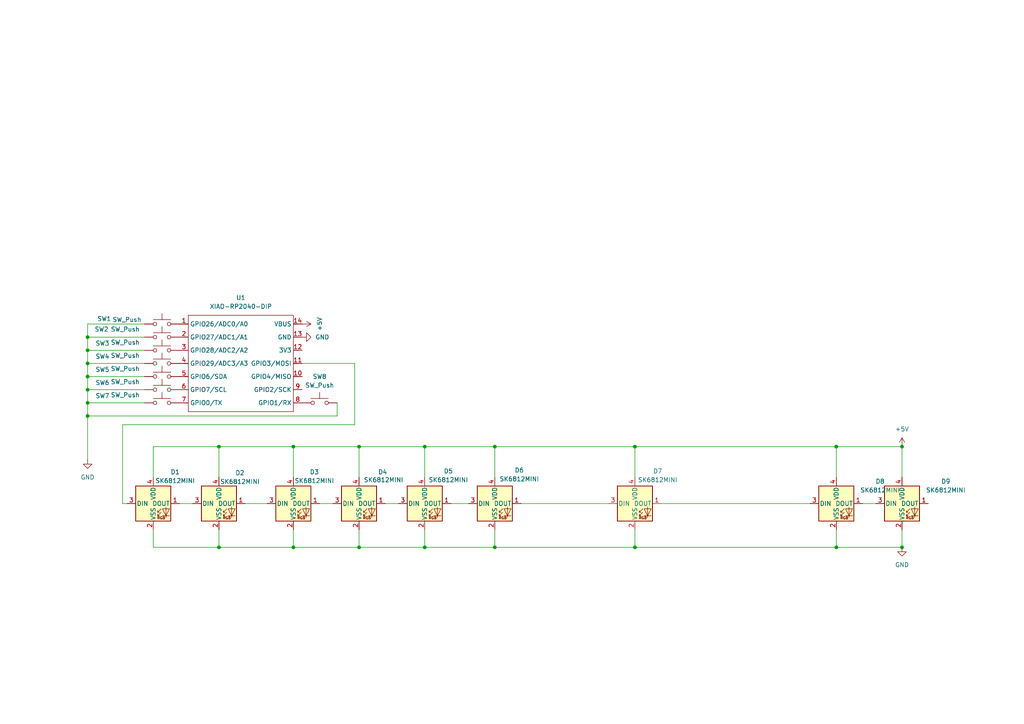
<source format=kicad_sch>
(kicad_sch
	(version 20250114)
	(generator "eeschema")
	(generator_version "9.0")
	(uuid "ab6f220d-ff72-42fd-9389-5ce9dd046d5e")
	(paper "A4")
	(lib_symbols
		(symbol "LED:SK6812MINI"
			(pin_names
				(offset 0.254)
			)
			(exclude_from_sim no)
			(in_bom yes)
			(on_board yes)
			(property "Reference" "D"
				(at 5.08 5.715 0)
				(effects
					(font
						(size 1.27 1.27)
					)
					(justify right bottom)
				)
			)
			(property "Value" "SK6812MINI"
				(at 1.27 -5.715 0)
				(effects
					(font
						(size 1.27 1.27)
					)
					(justify left top)
				)
			)
			(property "Footprint" "LED_SMD:LED_SK6812MINI_PLCC4_3.5x3.5mm_P1.75mm"
				(at 1.27 -7.62 0)
				(effects
					(font
						(size 1.27 1.27)
					)
					(justify left top)
					(hide yes)
				)
			)
			(property "Datasheet" "https://cdn-shop.adafruit.com/product-files/2686/SK6812MINI_REV.01-1-2.pdf"
				(at 2.54 -9.525 0)
				(effects
					(font
						(size 1.27 1.27)
					)
					(justify left top)
					(hide yes)
				)
			)
			(property "Description" "RGB LED with integrated controller"
				(at 0 0 0)
				(effects
					(font
						(size 1.27 1.27)
					)
					(hide yes)
				)
			)
			(property "ki_keywords" "RGB LED NeoPixel Mini addressable"
				(at 0 0 0)
				(effects
					(font
						(size 1.27 1.27)
					)
					(hide yes)
				)
			)
			(property "ki_fp_filters" "LED*SK6812MINI*PLCC*3.5x3.5mm*P1.75mm*"
				(at 0 0 0)
				(effects
					(font
						(size 1.27 1.27)
					)
					(hide yes)
				)
			)
			(symbol "SK6812MINI_0_0"
				(text "RGB"
					(at 2.286 -4.191 0)
					(effects
						(font
							(size 0.762 0.762)
						)
					)
				)
			)
			(symbol "SK6812MINI_0_1"
				(polyline
					(pts
						(xy 1.27 -2.54) (xy 1.778 -2.54)
					)
					(stroke
						(width 0)
						(type default)
					)
					(fill
						(type none)
					)
				)
				(polyline
					(pts
						(xy 1.27 -3.556) (xy 1.778 -3.556)
					)
					(stroke
						(width 0)
						(type default)
					)
					(fill
						(type none)
					)
				)
				(polyline
					(pts
						(xy 2.286 -1.524) (xy 1.27 -2.54) (xy 1.27 -2.032)
					)
					(stroke
						(width 0)
						(type default)
					)
					(fill
						(type none)
					)
				)
				(polyline
					(pts
						(xy 2.286 -2.54) (xy 1.27 -3.556) (xy 1.27 -3.048)
					)
					(stroke
						(width 0)
						(type default)
					)
					(fill
						(type none)
					)
				)
				(polyline
					(pts
						(xy 3.683 -1.016) (xy 3.683 -3.556) (xy 3.683 -4.064)
					)
					(stroke
						(width 0)
						(type default)
					)
					(fill
						(type none)
					)
				)
				(polyline
					(pts
						(xy 4.699 -1.524) (xy 2.667 -1.524) (xy 3.683 -3.556) (xy 4.699 -1.524)
					)
					(stroke
						(width 0)
						(type default)
					)
					(fill
						(type none)
					)
				)
				(polyline
					(pts
						(xy 4.699 -3.556) (xy 2.667 -3.556)
					)
					(stroke
						(width 0)
						(type default)
					)
					(fill
						(type none)
					)
				)
				(rectangle
					(start 5.08 5.08)
					(end -5.08 -5.08)
					(stroke
						(width 0.254)
						(type default)
					)
					(fill
						(type background)
					)
				)
			)
			(symbol "SK6812MINI_1_1"
				(pin input line
					(at -7.62 0 0)
					(length 2.54)
					(name "DIN"
						(effects
							(font
								(size 1.27 1.27)
							)
						)
					)
					(number "3"
						(effects
							(font
								(size 1.27 1.27)
							)
						)
					)
				)
				(pin power_in line
					(at 0 7.62 270)
					(length 2.54)
					(name "VDD"
						(effects
							(font
								(size 1.27 1.27)
							)
						)
					)
					(number "4"
						(effects
							(font
								(size 1.27 1.27)
							)
						)
					)
				)
				(pin power_in line
					(at 0 -7.62 90)
					(length 2.54)
					(name "VSS"
						(effects
							(font
								(size 1.27 1.27)
							)
						)
					)
					(number "2"
						(effects
							(font
								(size 1.27 1.27)
							)
						)
					)
				)
				(pin output line
					(at 7.62 0 180)
					(length 2.54)
					(name "DOUT"
						(effects
							(font
								(size 1.27 1.27)
							)
						)
					)
					(number "1"
						(effects
							(font
								(size 1.27 1.27)
							)
						)
					)
				)
			)
			(embedded_fonts no)
		)
		(symbol "Switch:SW_Push"
			(pin_numbers
				(hide yes)
			)
			(pin_names
				(offset 1.016)
				(hide yes)
			)
			(exclude_from_sim no)
			(in_bom yes)
			(on_board yes)
			(property "Reference" "SW"
				(at 1.27 2.54 0)
				(effects
					(font
						(size 1.27 1.27)
					)
					(justify left)
				)
			)
			(property "Value" "SW_Push"
				(at 0 -1.524 0)
				(effects
					(font
						(size 1.27 1.27)
					)
				)
			)
			(property "Footprint" ""
				(at 0 5.08 0)
				(effects
					(font
						(size 1.27 1.27)
					)
					(hide yes)
				)
			)
			(property "Datasheet" "~"
				(at 0 5.08 0)
				(effects
					(font
						(size 1.27 1.27)
					)
					(hide yes)
				)
			)
			(property "Description" "Push button switch, generic, two pins"
				(at 0 0 0)
				(effects
					(font
						(size 1.27 1.27)
					)
					(hide yes)
				)
			)
			(property "ki_keywords" "switch normally-open pushbutton push-button"
				(at 0 0 0)
				(effects
					(font
						(size 1.27 1.27)
					)
					(hide yes)
				)
			)
			(symbol "SW_Push_0_1"
				(circle
					(center -2.032 0)
					(radius 0.508)
					(stroke
						(width 0)
						(type default)
					)
					(fill
						(type none)
					)
				)
				(polyline
					(pts
						(xy 0 1.27) (xy 0 3.048)
					)
					(stroke
						(width 0)
						(type default)
					)
					(fill
						(type none)
					)
				)
				(circle
					(center 2.032 0)
					(radius 0.508)
					(stroke
						(width 0)
						(type default)
					)
					(fill
						(type none)
					)
				)
				(polyline
					(pts
						(xy 2.54 1.27) (xy -2.54 1.27)
					)
					(stroke
						(width 0)
						(type default)
					)
					(fill
						(type none)
					)
				)
				(pin passive line
					(at -5.08 0 0)
					(length 2.54)
					(name "1"
						(effects
							(font
								(size 1.27 1.27)
							)
						)
					)
					(number "1"
						(effects
							(font
								(size 1.27 1.27)
							)
						)
					)
				)
				(pin passive line
					(at 5.08 0 180)
					(length 2.54)
					(name "2"
						(effects
							(font
								(size 1.27 1.27)
							)
						)
					)
					(number "2"
						(effects
							(font
								(size 1.27 1.27)
							)
						)
					)
				)
			)
			(embedded_fonts no)
		)
		(symbol "hackpad:XIAO-RP2040-DIP"
			(exclude_from_sim no)
			(in_bom yes)
			(on_board yes)
			(property "Reference" "U"
				(at 0 0 0)
				(effects
					(font
						(size 1.27 1.27)
					)
				)
			)
			(property "Value" "XIAO-RP2040-DIP"
				(at 5.334 -1.778 0)
				(effects
					(font
						(size 1.27 1.27)
					)
				)
			)
			(property "Footprint" "Module:MOUDLE14P-XIAO-DIP-SMD"
				(at 14.478 -32.258 0)
				(effects
					(font
						(size 1.27 1.27)
					)
					(hide yes)
				)
			)
			(property "Datasheet" ""
				(at 0 0 0)
				(effects
					(font
						(size 1.27 1.27)
					)
					(hide yes)
				)
			)
			(property "Description" ""
				(at 0 0 0)
				(effects
					(font
						(size 1.27 1.27)
					)
					(hide yes)
				)
			)
			(symbol "XIAO-RP2040-DIP_1_0"
				(polyline
					(pts
						(xy -1.27 -2.54) (xy 29.21 -2.54)
					)
					(stroke
						(width 0.1524)
						(type solid)
					)
					(fill
						(type none)
					)
				)
				(polyline
					(pts
						(xy -1.27 -5.08) (xy -2.54 -5.08)
					)
					(stroke
						(width 0.1524)
						(type solid)
					)
					(fill
						(type none)
					)
				)
				(polyline
					(pts
						(xy -1.27 -5.08) (xy -1.27 -2.54)
					)
					(stroke
						(width 0.1524)
						(type solid)
					)
					(fill
						(type none)
					)
				)
				(polyline
					(pts
						(xy -1.27 -8.89) (xy -2.54 -8.89)
					)
					(stroke
						(width 0.1524)
						(type solid)
					)
					(fill
						(type none)
					)
				)
				(polyline
					(pts
						(xy -1.27 -8.89) (xy -1.27 -5.08)
					)
					(stroke
						(width 0.1524)
						(type solid)
					)
					(fill
						(type none)
					)
				)
				(polyline
					(pts
						(xy -1.27 -12.7) (xy -2.54 -12.7)
					)
					(stroke
						(width 0.1524)
						(type solid)
					)
					(fill
						(type none)
					)
				)
				(polyline
					(pts
						(xy -1.27 -12.7) (xy -1.27 -8.89)
					)
					(stroke
						(width 0.1524)
						(type solid)
					)
					(fill
						(type none)
					)
				)
				(polyline
					(pts
						(xy -1.27 -16.51) (xy -2.54 -16.51)
					)
					(stroke
						(width 0.1524)
						(type solid)
					)
					(fill
						(type none)
					)
				)
				(polyline
					(pts
						(xy -1.27 -16.51) (xy -1.27 -12.7)
					)
					(stroke
						(width 0.1524)
						(type solid)
					)
					(fill
						(type none)
					)
				)
				(polyline
					(pts
						(xy -1.27 -20.32) (xy -2.54 -20.32)
					)
					(stroke
						(width 0.1524)
						(type solid)
					)
					(fill
						(type none)
					)
				)
				(polyline
					(pts
						(xy -1.27 -24.13) (xy -2.54 -24.13)
					)
					(stroke
						(width 0.1524)
						(type solid)
					)
					(fill
						(type none)
					)
				)
				(polyline
					(pts
						(xy -1.27 -27.94) (xy -2.54 -27.94)
					)
					(stroke
						(width 0.1524)
						(type solid)
					)
					(fill
						(type none)
					)
				)
				(polyline
					(pts
						(xy -1.27 -30.48) (xy -1.27 -16.51)
					)
					(stroke
						(width 0.1524)
						(type solid)
					)
					(fill
						(type none)
					)
				)
				(polyline
					(pts
						(xy 29.21 -2.54) (xy 29.21 -5.08)
					)
					(stroke
						(width 0.1524)
						(type solid)
					)
					(fill
						(type none)
					)
				)
				(polyline
					(pts
						(xy 29.21 -5.08) (xy 29.21 -8.89)
					)
					(stroke
						(width 0.1524)
						(type solid)
					)
					(fill
						(type none)
					)
				)
				(polyline
					(pts
						(xy 29.21 -8.89) (xy 29.21 -12.7)
					)
					(stroke
						(width 0.1524)
						(type solid)
					)
					(fill
						(type none)
					)
				)
				(polyline
					(pts
						(xy 29.21 -12.7) (xy 29.21 -30.48)
					)
					(stroke
						(width 0.1524)
						(type solid)
					)
					(fill
						(type none)
					)
				)
				(polyline
					(pts
						(xy 29.21 -30.48) (xy -1.27 -30.48)
					)
					(stroke
						(width 0.1524)
						(type solid)
					)
					(fill
						(type none)
					)
				)
				(polyline
					(pts
						(xy 30.48 -5.08) (xy 29.21 -5.08)
					)
					(stroke
						(width 0.1524)
						(type solid)
					)
					(fill
						(type none)
					)
				)
				(polyline
					(pts
						(xy 30.48 -8.89) (xy 29.21 -8.89)
					)
					(stroke
						(width 0.1524)
						(type solid)
					)
					(fill
						(type none)
					)
				)
				(polyline
					(pts
						(xy 30.48 -12.7) (xy 29.21 -12.7)
					)
					(stroke
						(width 0.1524)
						(type solid)
					)
					(fill
						(type none)
					)
				)
				(polyline
					(pts
						(xy 30.48 -16.51) (xy 29.21 -16.51)
					)
					(stroke
						(width 0.1524)
						(type solid)
					)
					(fill
						(type none)
					)
				)
				(polyline
					(pts
						(xy 30.48 -20.32) (xy 29.21 -20.32)
					)
					(stroke
						(width 0.1524)
						(type solid)
					)
					(fill
						(type none)
					)
				)
				(polyline
					(pts
						(xy 30.48 -24.13) (xy 29.21 -24.13)
					)
					(stroke
						(width 0.1524)
						(type solid)
					)
					(fill
						(type none)
					)
				)
				(polyline
					(pts
						(xy 30.48 -27.94) (xy 29.21 -27.94)
					)
					(stroke
						(width 0.1524)
						(type solid)
					)
					(fill
						(type none)
					)
				)
				(pin passive line
					(at -3.81 -5.08 0)
					(length 2.54)
					(name "GPIO26/ADC0/A0"
						(effects
							(font
								(size 1.27 1.27)
							)
						)
					)
					(number "1"
						(effects
							(font
								(size 1.27 1.27)
							)
						)
					)
				)
				(pin passive line
					(at -3.81 -8.89 0)
					(length 2.54)
					(name "GPIO27/ADC1/A1"
						(effects
							(font
								(size 1.27 1.27)
							)
						)
					)
					(number "2"
						(effects
							(font
								(size 1.27 1.27)
							)
						)
					)
				)
				(pin passive line
					(at -3.81 -12.7 0)
					(length 2.54)
					(name "GPIO28/ADC2/A2"
						(effects
							(font
								(size 1.27 1.27)
							)
						)
					)
					(number "3"
						(effects
							(font
								(size 1.27 1.27)
							)
						)
					)
				)
				(pin passive line
					(at -3.81 -16.51 0)
					(length 2.54)
					(name "GPIO29/ADC3/A3"
						(effects
							(font
								(size 1.27 1.27)
							)
						)
					)
					(number "4"
						(effects
							(font
								(size 1.27 1.27)
							)
						)
					)
				)
				(pin passive line
					(at -3.81 -20.32 0)
					(length 2.54)
					(name "GPIO6/SDA"
						(effects
							(font
								(size 1.27 1.27)
							)
						)
					)
					(number "5"
						(effects
							(font
								(size 1.27 1.27)
							)
						)
					)
				)
				(pin passive line
					(at -3.81 -24.13 0)
					(length 2.54)
					(name "GPIO7/SCL"
						(effects
							(font
								(size 1.27 1.27)
							)
						)
					)
					(number "6"
						(effects
							(font
								(size 1.27 1.27)
							)
						)
					)
				)
				(pin passive line
					(at -3.81 -27.94 0)
					(length 2.54)
					(name "GPIO0/TX"
						(effects
							(font
								(size 1.27 1.27)
							)
						)
					)
					(number "7"
						(effects
							(font
								(size 1.27 1.27)
							)
						)
					)
				)
				(pin passive line
					(at 31.75 -5.08 180)
					(length 2.54)
					(name "VBUS"
						(effects
							(font
								(size 1.27 1.27)
							)
						)
					)
					(number "14"
						(effects
							(font
								(size 1.27 1.27)
							)
						)
					)
				)
				(pin passive line
					(at 31.75 -8.89 180)
					(length 2.54)
					(name "GND"
						(effects
							(font
								(size 1.27 1.27)
							)
						)
					)
					(number "13"
						(effects
							(font
								(size 1.27 1.27)
							)
						)
					)
				)
				(pin passive line
					(at 31.75 -12.7 180)
					(length 2.54)
					(name "3V3"
						(effects
							(font
								(size 1.27 1.27)
							)
						)
					)
					(number "12"
						(effects
							(font
								(size 1.27 1.27)
							)
						)
					)
				)
				(pin passive line
					(at 31.75 -16.51 180)
					(length 2.54)
					(name "GPIO3/MOSI"
						(effects
							(font
								(size 1.27 1.27)
							)
						)
					)
					(number "11"
						(effects
							(font
								(size 1.27 1.27)
							)
						)
					)
				)
				(pin passive line
					(at 31.75 -20.32 180)
					(length 2.54)
					(name "GPIO4/MISO"
						(effects
							(font
								(size 1.27 1.27)
							)
						)
					)
					(number "10"
						(effects
							(font
								(size 1.27 1.27)
							)
						)
					)
				)
				(pin passive line
					(at 31.75 -24.13 180)
					(length 2.54)
					(name "GPIO2/SCK"
						(effects
							(font
								(size 1.27 1.27)
							)
						)
					)
					(number "9"
						(effects
							(font
								(size 1.27 1.27)
							)
						)
					)
				)
				(pin passive line
					(at 31.75 -27.94 180)
					(length 2.54)
					(name "GPIO1/RX"
						(effects
							(font
								(size 1.27 1.27)
							)
						)
					)
					(number "8"
						(effects
							(font
								(size 1.27 1.27)
							)
						)
					)
				)
			)
			(embedded_fonts no)
		)
		(symbol "power:+5V"
			(power)
			(pin_numbers
				(hide yes)
			)
			(pin_names
				(offset 0)
				(hide yes)
			)
			(exclude_from_sim no)
			(in_bom yes)
			(on_board yes)
			(property "Reference" "#PWR"
				(at 0 -3.81 0)
				(effects
					(font
						(size 1.27 1.27)
					)
					(hide yes)
				)
			)
			(property "Value" "+5V"
				(at 0 3.556 0)
				(effects
					(font
						(size 1.27 1.27)
					)
				)
			)
			(property "Footprint" ""
				(at 0 0 0)
				(effects
					(font
						(size 1.27 1.27)
					)
					(hide yes)
				)
			)
			(property "Datasheet" ""
				(at 0 0 0)
				(effects
					(font
						(size 1.27 1.27)
					)
					(hide yes)
				)
			)
			(property "Description" "Power symbol creates a global label with name \"+5V\""
				(at 0 0 0)
				(effects
					(font
						(size 1.27 1.27)
					)
					(hide yes)
				)
			)
			(property "ki_keywords" "global power"
				(at 0 0 0)
				(effects
					(font
						(size 1.27 1.27)
					)
					(hide yes)
				)
			)
			(symbol "+5V_0_1"
				(polyline
					(pts
						(xy -0.762 1.27) (xy 0 2.54)
					)
					(stroke
						(width 0)
						(type default)
					)
					(fill
						(type none)
					)
				)
				(polyline
					(pts
						(xy 0 2.54) (xy 0.762 1.27)
					)
					(stroke
						(width 0)
						(type default)
					)
					(fill
						(type none)
					)
				)
				(polyline
					(pts
						(xy 0 0) (xy 0 2.54)
					)
					(stroke
						(width 0)
						(type default)
					)
					(fill
						(type none)
					)
				)
			)
			(symbol "+5V_1_1"
				(pin power_in line
					(at 0 0 90)
					(length 0)
					(name "~"
						(effects
							(font
								(size 1.27 1.27)
							)
						)
					)
					(number "1"
						(effects
							(font
								(size 1.27 1.27)
							)
						)
					)
				)
			)
			(embedded_fonts no)
		)
		(symbol "power:GND"
			(power)
			(pin_numbers
				(hide yes)
			)
			(pin_names
				(offset 0)
				(hide yes)
			)
			(exclude_from_sim no)
			(in_bom yes)
			(on_board yes)
			(property "Reference" "#PWR"
				(at 0 -6.35 0)
				(effects
					(font
						(size 1.27 1.27)
					)
					(hide yes)
				)
			)
			(property "Value" "GND"
				(at 0 -3.81 0)
				(effects
					(font
						(size 1.27 1.27)
					)
				)
			)
			(property "Footprint" ""
				(at 0 0 0)
				(effects
					(font
						(size 1.27 1.27)
					)
					(hide yes)
				)
			)
			(property "Datasheet" ""
				(at 0 0 0)
				(effects
					(font
						(size 1.27 1.27)
					)
					(hide yes)
				)
			)
			(property "Description" "Power symbol creates a global label with name \"GND\" , ground"
				(at 0 0 0)
				(effects
					(font
						(size 1.27 1.27)
					)
					(hide yes)
				)
			)
			(property "ki_keywords" "global power"
				(at 0 0 0)
				(effects
					(font
						(size 1.27 1.27)
					)
					(hide yes)
				)
			)
			(symbol "GND_0_1"
				(polyline
					(pts
						(xy 0 0) (xy 0 -1.27) (xy 1.27 -1.27) (xy 0 -2.54) (xy -1.27 -1.27) (xy 0 -1.27)
					)
					(stroke
						(width 0)
						(type default)
					)
					(fill
						(type none)
					)
				)
			)
			(symbol "GND_1_1"
				(pin power_in line
					(at 0 0 270)
					(length 0)
					(name "~"
						(effects
							(font
								(size 1.27 1.27)
							)
						)
					)
					(number "1"
						(effects
							(font
								(size 1.27 1.27)
							)
						)
					)
				)
			)
			(embedded_fonts no)
		)
	)
	(junction
		(at 123.19 129.54)
		(diameter 0)
		(color 0 0 0 0)
		(uuid "01f5f648-fb7e-4674-946f-9f274e411179")
	)
	(junction
		(at 184.15 129.54)
		(diameter 0)
		(color 0 0 0 0)
		(uuid "0767a28e-2a12-407a-af60-dd3687f95909")
	)
	(junction
		(at 25.4 105.41)
		(diameter 0)
		(color 0 0 0 0)
		(uuid "09535683-266a-423e-b1d6-cb012c66376e")
	)
	(junction
		(at 261.62 129.54)
		(diameter 0)
		(color 0 0 0 0)
		(uuid "0a43f06a-7663-43e5-a21c-aac1f2e8ef71")
	)
	(junction
		(at 123.19 158.75)
		(diameter 0)
		(color 0 0 0 0)
		(uuid "0bd6a185-c12a-4790-81dc-caa97de9c9e2")
	)
	(junction
		(at 104.14 129.54)
		(diameter 0)
		(color 0 0 0 0)
		(uuid "307ccdff-40e5-4fae-96d3-fa90b81f5396")
	)
	(junction
		(at 25.4 116.84)
		(diameter 0)
		(color 0 0 0 0)
		(uuid "39c1610e-e697-4a55-962f-e41f37c1d25e")
	)
	(junction
		(at 25.4 101.6)
		(diameter 0)
		(color 0 0 0 0)
		(uuid "3a2802df-48cc-4917-aa39-c83964b08e94")
	)
	(junction
		(at 63.5 129.54)
		(diameter 0)
		(color 0 0 0 0)
		(uuid "3d3cbc7f-1693-4155-ae9c-580ba44cda76")
	)
	(junction
		(at 242.57 129.54)
		(diameter 0)
		(color 0 0 0 0)
		(uuid "40421418-3a79-4cc7-a975-f7388a4b3e97")
	)
	(junction
		(at 143.51 129.54)
		(diameter 0)
		(color 0 0 0 0)
		(uuid "85fc8935-ad22-4f53-b843-8b8f98098496")
	)
	(junction
		(at 25.4 97.79)
		(diameter 0)
		(color 0 0 0 0)
		(uuid "92a58617-dca2-412a-91bb-7960b68577a6")
	)
	(junction
		(at 63.5 158.75)
		(diameter 0)
		(color 0 0 0 0)
		(uuid "966cb47f-a123-45bd-873c-0561edd35546")
	)
	(junction
		(at 261.62 158.75)
		(diameter 0)
		(color 0 0 0 0)
		(uuid "96e94f3d-8cb1-45f3-bfff-eabcfe9c31e4")
	)
	(junction
		(at 25.4 109.22)
		(diameter 0)
		(color 0 0 0 0)
		(uuid "9c77d028-8eda-4055-9c3d-d2779f519f14")
	)
	(junction
		(at 85.09 129.54)
		(diameter 0)
		(color 0 0 0 0)
		(uuid "a4c48d6c-c023-45da-9560-10ace67dac99")
	)
	(junction
		(at 25.4 113.03)
		(diameter 0)
		(color 0 0 0 0)
		(uuid "ab908d56-b07d-4b46-886f-3a91cf9b2f23")
	)
	(junction
		(at 184.15 158.75)
		(diameter 0)
		(color 0 0 0 0)
		(uuid "bc08f264-c618-45c6-9bfb-d05593d2bc0d")
	)
	(junction
		(at 143.51 158.75)
		(diameter 0)
		(color 0 0 0 0)
		(uuid "d76f76ca-2770-4321-b72e-e8d8bce20b84")
	)
	(junction
		(at 104.14 158.75)
		(diameter 0)
		(color 0 0 0 0)
		(uuid "e31d2ffe-8051-420d-bf1b-e89732d1d9f6")
	)
	(junction
		(at 85.09 158.75)
		(diameter 0)
		(color 0 0 0 0)
		(uuid "e7efcb6f-58ef-4093-a30b-81939e364c02")
	)
	(junction
		(at 242.57 158.75)
		(diameter 0)
		(color 0 0 0 0)
		(uuid "f0c88bb6-fdad-403d-bb42-d009d3c86c3c")
	)
	(junction
		(at 25.4 120.65)
		(diameter 0)
		(color 0 0 0 0)
		(uuid "fe75305b-2343-4715-9d02-db44811c17cc")
	)
	(wire
		(pts
			(xy 130.81 146.05) (xy 135.89 146.05)
		)
		(stroke
			(width 0)
			(type default)
		)
		(uuid "12538e69-b689-4d62-af60-697a0cdd61db")
	)
	(wire
		(pts
			(xy 25.4 113.03) (xy 41.91 113.03)
		)
		(stroke
			(width 0)
			(type default)
		)
		(uuid "287c46e2-7a1e-432a-b9bf-b7dbfa4eb774")
	)
	(wire
		(pts
			(xy 123.19 158.75) (xy 104.14 158.75)
		)
		(stroke
			(width 0)
			(type default)
		)
		(uuid "332d53a7-649a-43ac-9639-3b6c25631ba8")
	)
	(wire
		(pts
			(xy 44.45 129.54) (xy 63.5 129.54)
		)
		(stroke
			(width 0)
			(type default)
		)
		(uuid "36001a23-bb2c-4e88-a783-65f348e54999")
	)
	(wire
		(pts
			(xy 143.51 153.67) (xy 143.51 158.75)
		)
		(stroke
			(width 0)
			(type default)
		)
		(uuid "38d956f5-f4cf-4d63-b2f9-e0ab147e77c5")
	)
	(wire
		(pts
			(xy 191.77 146.05) (xy 234.95 146.05)
		)
		(stroke
			(width 0)
			(type default)
		)
		(uuid "3bf7bac8-b3d7-41b2-8edf-e962129f608e")
	)
	(wire
		(pts
			(xy 85.09 158.75) (xy 104.14 158.75)
		)
		(stroke
			(width 0)
			(type default)
		)
		(uuid "3f84110a-d85b-4046-8c75-ff35fb4cc9c0")
	)
	(wire
		(pts
			(xy 63.5 138.43) (xy 63.5 129.54)
		)
		(stroke
			(width 0)
			(type default)
		)
		(uuid "403442f7-9e3d-40e0-816d-0973e08b5dba")
	)
	(wire
		(pts
			(xy 85.09 138.43) (xy 85.09 129.54)
		)
		(stroke
			(width 0)
			(type default)
		)
		(uuid "40421159-e86c-4111-83c6-39cc1558da60")
	)
	(wire
		(pts
			(xy 25.4 109.22) (xy 41.91 109.22)
		)
		(stroke
			(width 0)
			(type default)
		)
		(uuid "4acbc20c-ff82-4ce2-8bb2-5130f7b9ad3f")
	)
	(wire
		(pts
			(xy 35.56 123.19) (xy 102.87 123.19)
		)
		(stroke
			(width 0)
			(type default)
		)
		(uuid "4b4e457d-67c6-478c-9cce-c99589b1ebd9")
	)
	(wire
		(pts
			(xy 184.15 153.67) (xy 184.15 158.75)
		)
		(stroke
			(width 0)
			(type default)
		)
		(uuid "4cca60c6-8c4a-4139-b402-871d92e436c0")
	)
	(wire
		(pts
			(xy 36.83 146.05) (xy 35.56 146.05)
		)
		(stroke
			(width 0)
			(type default)
		)
		(uuid "4d58c554-6c0e-4272-8f10-49cb40ad6ae3")
	)
	(wire
		(pts
			(xy 25.4 93.98) (xy 41.91 93.98)
		)
		(stroke
			(width 0)
			(type default)
		)
		(uuid "59649f32-dd41-4243-aa8c-db9906aae70c")
	)
	(wire
		(pts
			(xy 71.12 146.05) (xy 77.47 146.05)
		)
		(stroke
			(width 0)
			(type default)
		)
		(uuid "5ab62f8b-2566-45f5-811b-4eaf222c014b")
	)
	(wire
		(pts
			(xy 102.87 105.41) (xy 87.63 105.41)
		)
		(stroke
			(width 0)
			(type default)
		)
		(uuid "607a09d7-288a-416d-ac3e-e0364509414a")
	)
	(wire
		(pts
			(xy 41.91 116.84) (xy 25.4 116.84)
		)
		(stroke
			(width 0)
			(type default)
		)
		(uuid "66c64afa-d88a-44fa-b819-16d3b504c5f9")
	)
	(wire
		(pts
			(xy 242.57 129.54) (xy 242.57 138.43)
		)
		(stroke
			(width 0)
			(type default)
		)
		(uuid "6990b304-f7c4-4161-b0e8-e0cd685fd501")
	)
	(wire
		(pts
			(xy 25.4 97.79) (xy 41.91 97.79)
		)
		(stroke
			(width 0)
			(type default)
		)
		(uuid "6f27c4a5-d554-44ff-9d9a-a2b733508d09")
	)
	(wire
		(pts
			(xy 104.14 153.67) (xy 104.14 158.75)
		)
		(stroke
			(width 0)
			(type default)
		)
		(uuid "71a8f28b-1e3e-4bb8-8cf5-785d06434472")
	)
	(wire
		(pts
			(xy 102.87 123.19) (xy 102.87 105.41)
		)
		(stroke
			(width 0)
			(type default)
		)
		(uuid "7870dd53-4d63-49ef-884b-9f4d32b3144d")
	)
	(wire
		(pts
			(xy 184.15 158.75) (xy 242.57 158.75)
		)
		(stroke
			(width 0)
			(type default)
		)
		(uuid "7b766fe5-be33-4dfc-841c-4dd82213bae2")
	)
	(wire
		(pts
			(xy 25.4 109.22) (xy 25.4 113.03)
		)
		(stroke
			(width 0)
			(type default)
		)
		(uuid "84355d2c-3df1-443a-aa67-d178831f87a8")
	)
	(wire
		(pts
			(xy 25.4 101.6) (xy 25.4 105.41)
		)
		(stroke
			(width 0)
			(type default)
		)
		(uuid "8504e863-9b2e-44aa-886e-c70728ff7678")
	)
	(wire
		(pts
			(xy 85.09 153.67) (xy 85.09 158.75)
		)
		(stroke
			(width 0)
			(type default)
		)
		(uuid "85bf8522-e696-44d3-aa65-7534061581e7")
	)
	(wire
		(pts
			(xy 25.4 97.79) (xy 25.4 101.6)
		)
		(stroke
			(width 0)
			(type default)
		)
		(uuid "888595dc-f332-4c38-8bcf-288288462a26")
	)
	(wire
		(pts
			(xy 92.71 146.05) (xy 96.52 146.05)
		)
		(stroke
			(width 0)
			(type default)
		)
		(uuid "8fa6269f-8c9b-4f3a-912e-94f1d95b94c4")
	)
	(wire
		(pts
			(xy 143.51 158.75) (xy 123.19 158.75)
		)
		(stroke
			(width 0)
			(type default)
		)
		(uuid "8ff3df97-e025-4a8b-b116-6f737370ec27")
	)
	(wire
		(pts
			(xy 35.56 146.05) (xy 35.56 123.19)
		)
		(stroke
			(width 0)
			(type default)
		)
		(uuid "925a343f-017a-4a68-8554-00c68c3df2cd")
	)
	(wire
		(pts
			(xy 151.13 146.05) (xy 176.53 146.05)
		)
		(stroke
			(width 0)
			(type default)
		)
		(uuid "933a4dbf-fea7-420a-a61b-2aaec049a159")
	)
	(wire
		(pts
			(xy 63.5 129.54) (xy 85.09 129.54)
		)
		(stroke
			(width 0)
			(type default)
		)
		(uuid "93488ca0-e65b-40bd-9871-1ca10c3824c6")
	)
	(wire
		(pts
			(xy 63.5 158.75) (xy 44.45 158.75)
		)
		(stroke
			(width 0)
			(type default)
		)
		(uuid "93dc6032-0069-4dd2-bf51-13731aebcd0d")
	)
	(wire
		(pts
			(xy 97.79 120.65) (xy 25.4 120.65)
		)
		(stroke
			(width 0)
			(type default)
		)
		(uuid "952bed1e-f620-4545-9a00-c63e93003782")
	)
	(wire
		(pts
			(xy 41.91 105.41) (xy 25.4 105.41)
		)
		(stroke
			(width 0)
			(type default)
		)
		(uuid "9858bbb8-00b3-4b47-8001-b57ca331fed6")
	)
	(wire
		(pts
			(xy 123.19 129.54) (xy 104.14 129.54)
		)
		(stroke
			(width 0)
			(type default)
		)
		(uuid "9b6d783d-9e4a-4486-bfd2-cb6f0840134a")
	)
	(wire
		(pts
			(xy 261.62 153.67) (xy 261.62 158.75)
		)
		(stroke
			(width 0)
			(type default)
		)
		(uuid "9ee22f65-4374-4dd0-aa2d-e10cb541ef79")
	)
	(wire
		(pts
			(xy 25.4 120.65) (xy 25.4 133.35)
		)
		(stroke
			(width 0)
			(type default)
		)
		(uuid "a1430371-6523-424c-8049-b309ef156ba3")
	)
	(wire
		(pts
			(xy 123.19 138.43) (xy 123.19 129.54)
		)
		(stroke
			(width 0)
			(type default)
		)
		(uuid "a902b53c-e272-4bb6-8b2a-9ad2483e9280")
	)
	(wire
		(pts
			(xy 25.4 116.84) (xy 25.4 120.65)
		)
		(stroke
			(width 0)
			(type default)
		)
		(uuid "ae373b53-4ce8-4ff1-93c9-7c27981fd87c")
	)
	(wire
		(pts
			(xy 25.4 101.6) (xy 41.91 101.6)
		)
		(stroke
			(width 0)
			(type default)
		)
		(uuid "b1f2b497-afbe-4da6-9135-be2784c83b56")
	)
	(wire
		(pts
			(xy 250.19 146.05) (xy 254 146.05)
		)
		(stroke
			(width 0)
			(type default)
		)
		(uuid "b4ad06f5-f6bc-4c1f-a5fe-9be53d67c5f8")
	)
	(wire
		(pts
			(xy 261.62 129.54) (xy 242.57 129.54)
		)
		(stroke
			(width 0)
			(type default)
		)
		(uuid "b61a0022-2ab8-4cb7-a762-18f33796f327")
	)
	(wire
		(pts
			(xy 184.15 129.54) (xy 184.15 138.43)
		)
		(stroke
			(width 0)
			(type default)
		)
		(uuid "b9da7bee-11b5-4514-b522-787f1ca4caad")
	)
	(wire
		(pts
			(xy 85.09 158.75) (xy 63.5 158.75)
		)
		(stroke
			(width 0)
			(type default)
		)
		(uuid "baebfbee-829c-4ab1-af5b-65a2e7426303")
	)
	(wire
		(pts
			(xy 242.57 153.67) (xy 242.57 158.75)
		)
		(stroke
			(width 0)
			(type default)
		)
		(uuid "bfd3c999-f5c9-4892-85fd-84f10adde5e0")
	)
	(wire
		(pts
			(xy 143.51 158.75) (xy 184.15 158.75)
		)
		(stroke
			(width 0)
			(type default)
		)
		(uuid "c5d45bee-2762-4aea-a064-03f6d4d5cdaa")
	)
	(wire
		(pts
			(xy 52.07 146.05) (xy 55.88 146.05)
		)
		(stroke
			(width 0)
			(type default)
		)
		(uuid "ca1da591-2347-44da-8b64-8f8b7231f78a")
	)
	(wire
		(pts
			(xy 143.51 129.54) (xy 184.15 129.54)
		)
		(stroke
			(width 0)
			(type default)
		)
		(uuid "cc1237cf-2226-4772-ae4c-7fa61994e670")
	)
	(wire
		(pts
			(xy 85.09 129.54) (xy 104.14 129.54)
		)
		(stroke
			(width 0)
			(type default)
		)
		(uuid "ceff057e-c4a8-46c5-8cb4-500de43733ef")
	)
	(wire
		(pts
			(xy 44.45 138.43) (xy 44.45 129.54)
		)
		(stroke
			(width 0)
			(type default)
		)
		(uuid "d31bdb95-5395-4f7b-9331-767e37659886")
	)
	(wire
		(pts
			(xy 143.51 138.43) (xy 143.51 129.54)
		)
		(stroke
			(width 0)
			(type default)
		)
		(uuid "d63f90a3-b4ed-4c07-a128-f570d6e013dc")
	)
	(wire
		(pts
			(xy 97.79 116.84) (xy 97.79 120.65)
		)
		(stroke
			(width 0)
			(type default)
		)
		(uuid "e042de93-7fa5-4ffd-a88f-8f464d3e0fae")
	)
	(wire
		(pts
			(xy 184.15 129.54) (xy 242.57 129.54)
		)
		(stroke
			(width 0)
			(type default)
		)
		(uuid "e14fddf4-4a64-4a0b-b887-bfa9124bbee1")
	)
	(wire
		(pts
			(xy 25.4 105.41) (xy 25.4 109.22)
		)
		(stroke
			(width 0)
			(type default)
		)
		(uuid "e2a14f28-eb4b-40c4-a412-84bd46f75c3a")
	)
	(wire
		(pts
			(xy 104.14 129.54) (xy 104.14 138.43)
		)
		(stroke
			(width 0)
			(type default)
		)
		(uuid "e9724949-e886-484b-a6f6-bc363115759b")
	)
	(wire
		(pts
			(xy 143.51 129.54) (xy 123.19 129.54)
		)
		(stroke
			(width 0)
			(type default)
		)
		(uuid "eaafdd9d-301f-4d3f-b5eb-a6f6614fc5c1")
	)
	(wire
		(pts
			(xy 44.45 153.67) (xy 44.45 158.75)
		)
		(stroke
			(width 0)
			(type default)
		)
		(uuid "eb7923ca-b23d-41e8-adfd-e611a97deed1")
	)
	(wire
		(pts
			(xy 261.62 138.43) (xy 261.62 129.54)
		)
		(stroke
			(width 0)
			(type default)
		)
		(uuid "ed533119-49f3-41e6-b5be-19b299ab1b3f")
	)
	(wire
		(pts
			(xy 25.4 93.98) (xy 25.4 97.79)
		)
		(stroke
			(width 0)
			(type default)
		)
		(uuid "efe3954c-c9af-4ea8-a894-997c203569f0")
	)
	(wire
		(pts
			(xy 111.76 146.05) (xy 115.57 146.05)
		)
		(stroke
			(width 0)
			(type default)
		)
		(uuid "f13d81f3-e2c5-4db6-879a-526d888aa1d9")
	)
	(wire
		(pts
			(xy 63.5 153.67) (xy 63.5 158.75)
		)
		(stroke
			(width 0)
			(type default)
		)
		(uuid "f17f6963-6b2c-4ab3-b284-eb782c9535ab")
	)
	(wire
		(pts
			(xy 123.19 153.67) (xy 123.19 158.75)
		)
		(stroke
			(width 0)
			(type default)
		)
		(uuid "f2cd7665-0906-4c62-90c4-b8763e4b34f2")
	)
	(wire
		(pts
			(xy 25.4 116.84) (xy 25.4 113.03)
		)
		(stroke
			(width 0)
			(type default)
		)
		(uuid "f50a8f52-5815-4dc3-bbcd-f22c7c124624")
	)
	(wire
		(pts
			(xy 261.62 158.75) (xy 242.57 158.75)
		)
		(stroke
			(width 0)
			(type default)
		)
		(uuid "fdd7838e-e307-4ccb-9508-08ace4552a04")
	)
	(symbol
		(lib_id "LED:SK6812MINI")
		(at 44.45 146.05 0)
		(unit 1)
		(exclude_from_sim no)
		(in_bom yes)
		(on_board yes)
		(dnp no)
		(uuid "09b56761-5e91-4e90-bea4-2bb791100f75")
		(property "Reference" "D1"
			(at 50.8 136.906 0)
			(effects
				(font
					(size 1.27 1.27)
				)
			)
		)
		(property "Value" "SK6812MINI"
			(at 50.8 139.446 0)
			(effects
				(font
					(size 1.27 1.27)
				)
			)
		)
		(property "Footprint" "LED_SMD:LED_SK6812MINI_PLCC4_3.5x3.5mm_P1.75mm"
			(at 45.72 153.67 0)
			(effects
				(font
					(size 1.27 1.27)
				)
				(justify left top)
				(hide yes)
			)
		)
		(property "Datasheet" "https://cdn-shop.adafruit.com/product-files/2686/SK6812MINI_REV.01-1-2.pdf"
			(at 46.99 155.575 0)
			(effects
				(font
					(size 1.27 1.27)
				)
				(justify left top)
				(hide yes)
			)
		)
		(property "Description" "RGB LED with integrated controller"
			(at 44.45 146.05 0)
			(effects
				(font
					(size 1.27 1.27)
				)
				(hide yes)
			)
		)
		(pin "2"
			(uuid "fc8b002a-ac61-4b8a-a13c-424da73bdcc2")
		)
		(pin "3"
			(uuid "5e6877c0-1232-470f-914a-03f868d9f981")
		)
		(pin "4"
			(uuid "521ab93e-d676-414f-930e-14d2c3ff9eb0")
		)
		(pin "1"
			(uuid "fb80320f-971e-460a-b5e9-2094c6c5c777")
		)
		(instances
			(project ""
				(path "/ab6f220d-ff72-42fd-9389-5ce9dd046d5e"
					(reference "D1")
					(unit 1)
				)
			)
		)
	)
	(symbol
		(lib_id "LED:SK6812MINI")
		(at 104.14 146.05 0)
		(unit 1)
		(exclude_from_sim no)
		(in_bom yes)
		(on_board yes)
		(dnp no)
		(uuid "0d20ebd2-13cb-4f36-b66e-ac7a34150b4d")
		(property "Reference" "D4"
			(at 110.998 136.906 0)
			(effects
				(font
					(size 1.27 1.27)
				)
			)
		)
		(property "Value" "SK6812MINI"
			(at 111.252 139.192 0)
			(effects
				(font
					(size 1.27 1.27)
				)
			)
		)
		(property "Footprint" "LED_SMD:LED_SK6812MINI_PLCC4_3.5x3.5mm_P1.75mm"
			(at 105.41 153.67 0)
			(effects
				(font
					(size 1.27 1.27)
				)
				(justify left top)
				(hide yes)
			)
		)
		(property "Datasheet" "https://cdn-shop.adafruit.com/product-files/2686/SK6812MINI_REV.01-1-2.pdf"
			(at 106.68 155.575 0)
			(effects
				(font
					(size 1.27 1.27)
				)
				(justify left top)
				(hide yes)
			)
		)
		(property "Description" "RGB LED with integrated controller"
			(at 104.14 146.05 0)
			(effects
				(font
					(size 1.27 1.27)
				)
				(hide yes)
			)
		)
		(pin "3"
			(uuid "5d082651-05f6-4d36-b6b1-8d445b55240e")
		)
		(pin "4"
			(uuid "4da1727c-600e-4f26-ab54-b43849957c16")
		)
		(pin "2"
			(uuid "07e39250-6dce-4529-a3e5-1e5934b1a51c")
		)
		(pin "1"
			(uuid "cd1e692c-c81b-460a-a170-1863b681c5bd")
		)
		(instances
			(project ""
				(path "/ab6f220d-ff72-42fd-9389-5ce9dd046d5e"
					(reference "D4")
					(unit 1)
				)
			)
		)
	)
	(symbol
		(lib_id "Switch:SW_Push")
		(at 46.99 105.41 0)
		(unit 1)
		(exclude_from_sim no)
		(in_bom yes)
		(on_board yes)
		(dnp no)
		(uuid "18d51bf2-19df-494b-a001-28a42acdcb08")
		(property "Reference" "SW4"
			(at 29.718 103.378 0)
			(effects
				(font
					(size 1.27 1.27)
				)
			)
		)
		(property "Value" "SW_Push"
			(at 36.322 103.124 0)
			(effects
				(font
					(size 1.27 1.27)
				)
			)
		)
		(property "Footprint" "Button_Switch_Keyboard:SW_Cherry_MX_1.00u_PCB"
			(at 46.99 100.33 0)
			(effects
				(font
					(size 1.27 1.27)
				)
				(hide yes)
			)
		)
		(property "Datasheet" "~"
			(at 46.99 100.33 0)
			(effects
				(font
					(size 1.27 1.27)
				)
				(hide yes)
			)
		)
		(property "Description" "Push button switch, generic, two pins"
			(at 46.99 105.41 0)
			(effects
				(font
					(size 1.27 1.27)
				)
				(hide yes)
			)
		)
		(pin "1"
			(uuid "9965633d-d509-454b-af35-5f095450991f")
		)
		(pin "2"
			(uuid "98e124bb-d7c0-429f-8800-22231119e33a")
		)
		(instances
			(project ""
				(path "/ab6f220d-ff72-42fd-9389-5ce9dd046d5e"
					(reference "SW4")
					(unit 1)
				)
			)
		)
	)
	(symbol
		(lib_id "Switch:SW_Push")
		(at 46.99 93.98 0)
		(unit 1)
		(exclude_from_sim no)
		(in_bom yes)
		(on_board yes)
		(dnp no)
		(uuid "1c317d05-6e6b-414d-a0bb-4fcc936a5a52")
		(property "Reference" "SW1"
			(at 30.226 92.456 0)
			(effects
				(font
					(size 1.27 1.27)
				)
			)
		)
		(property "Value" "SW_Push"
			(at 36.83 92.71 0)
			(effects
				(font
					(size 1.27 1.27)
				)
			)
		)
		(property "Footprint" "Button_Switch_Keyboard:SW_Cherry_MX_1.00u_PCB"
			(at 46.99 88.9 0)
			(effects
				(font
					(size 1.27 1.27)
				)
				(hide yes)
			)
		)
		(property "Datasheet" "~"
			(at 46.99 88.9 0)
			(effects
				(font
					(size 1.27 1.27)
				)
				(hide yes)
			)
		)
		(property "Description" "Push button switch, generic, two pins"
			(at 46.99 93.98 0)
			(effects
				(font
					(size 1.27 1.27)
				)
				(hide yes)
			)
		)
		(pin "1"
			(uuid "a9ef8cf5-7687-4467-b08c-aaabb9516b8c")
		)
		(pin "2"
			(uuid "eb09d610-32be-4917-bcc2-3942abefa7f6")
		)
		(instances
			(project ""
				(path "/ab6f220d-ff72-42fd-9389-5ce9dd046d5e"
					(reference "SW1")
					(unit 1)
				)
			)
		)
	)
	(symbol
		(lib_id "power:GND")
		(at 87.63 97.79 90)
		(unit 1)
		(exclude_from_sim no)
		(in_bom yes)
		(on_board yes)
		(dnp no)
		(fields_autoplaced yes)
		(uuid "237c0b8b-d8b4-4542-97a0-fe82bfd77d3b")
		(property "Reference" "#PWR05"
			(at 93.98 97.79 0)
			(effects
				(font
					(size 1.27 1.27)
				)
				(hide yes)
			)
		)
		(property "Value" "GND"
			(at 91.44 97.7899 90)
			(effects
				(font
					(size 1.27 1.27)
				)
				(justify right)
			)
		)
		(property "Footprint" ""
			(at 87.63 97.79 0)
			(effects
				(font
					(size 1.27 1.27)
				)
				(hide yes)
			)
		)
		(property "Datasheet" ""
			(at 87.63 97.79 0)
			(effects
				(font
					(size 1.27 1.27)
				)
				(hide yes)
			)
		)
		(property "Description" "Power symbol creates a global label with name \"GND\" , ground"
			(at 87.63 97.79 0)
			(effects
				(font
					(size 1.27 1.27)
				)
				(hide yes)
			)
		)
		(pin "1"
			(uuid "12f03319-de21-432d-9b34-bc289429376d")
		)
		(instances
			(project ""
				(path "/ab6f220d-ff72-42fd-9389-5ce9dd046d5e"
					(reference "#PWR05")
					(unit 1)
				)
			)
		)
	)
	(symbol
		(lib_id "Switch:SW_Push")
		(at 46.99 113.03 0)
		(unit 1)
		(exclude_from_sim no)
		(in_bom yes)
		(on_board yes)
		(dnp no)
		(uuid "260342db-9076-4b6d-a325-5ca456cd011b")
		(property "Reference" "SW6"
			(at 29.718 110.998 0)
			(effects
				(font
					(size 1.27 1.27)
				)
			)
		)
		(property "Value" "SW_Push"
			(at 36.322 110.744 0)
			(effects
				(font
					(size 1.27 1.27)
				)
			)
		)
		(property "Footprint" "Button_Switch_Keyboard:SW_Cherry_MX_1.00u_PCB"
			(at 46.99 107.95 0)
			(effects
				(font
					(size 1.27 1.27)
				)
				(hide yes)
			)
		)
		(property "Datasheet" "~"
			(at 46.99 107.95 0)
			(effects
				(font
					(size 1.27 1.27)
				)
				(hide yes)
			)
		)
		(property "Description" "Push button switch, generic, two pins"
			(at 46.99 113.03 0)
			(effects
				(font
					(size 1.27 1.27)
				)
				(hide yes)
			)
		)
		(pin "2"
			(uuid "2ab259b9-9cbd-42bd-8ed4-a829520713d3")
		)
		(pin "1"
			(uuid "00ce2583-74bc-492c-be69-f614123cd48a")
		)
		(instances
			(project ""
				(path "/ab6f220d-ff72-42fd-9389-5ce9dd046d5e"
					(reference "SW6")
					(unit 1)
				)
			)
		)
	)
	(symbol
		(lib_id "power:+5V")
		(at 87.63 93.98 270)
		(mirror x)
		(unit 1)
		(exclude_from_sim no)
		(in_bom yes)
		(on_board yes)
		(dnp no)
		(uuid "2666c228-2c0c-41ae-b0f5-469e5bec6001")
		(property "Reference" "#PWR04"
			(at 83.82 93.98 0)
			(effects
				(font
					(size 1.27 1.27)
				)
				(hide yes)
			)
		)
		(property "Value" "+5V"
			(at 92.71 93.98 0)
			(effects
				(font
					(size 1.27 1.27)
				)
			)
		)
		(property "Footprint" ""
			(at 87.63 93.98 0)
			(effects
				(font
					(size 1.27 1.27)
				)
				(hide yes)
			)
		)
		(property "Datasheet" ""
			(at 87.63 93.98 0)
			(effects
				(font
					(size 1.27 1.27)
				)
				(hide yes)
			)
		)
		(property "Description" "Power symbol creates a global label with name \"+5V\""
			(at 87.63 93.98 0)
			(effects
				(font
					(size 1.27 1.27)
				)
				(hide yes)
			)
		)
		(pin "1"
			(uuid "35f1a73c-a849-4741-9d6e-5887c5427857")
		)
		(instances
			(project ""
				(path "/ab6f220d-ff72-42fd-9389-5ce9dd046d5e"
					(reference "#PWR04")
					(unit 1)
				)
			)
		)
	)
	(symbol
		(lib_id "LED:SK6812MINI")
		(at 242.57 146.05 0)
		(unit 1)
		(exclude_from_sim no)
		(in_bom yes)
		(on_board yes)
		(dnp no)
		(fields_autoplaced yes)
		(uuid "2f1448e5-1e4d-484d-977b-41d96088abb4")
		(property "Reference" "D8"
			(at 255.27 139.6298 0)
			(effects
				(font
					(size 1.27 1.27)
				)
			)
		)
		(property "Value" "SK6812MINI"
			(at 255.27 142.1698 0)
			(effects
				(font
					(size 1.27 1.27)
				)
			)
		)
		(property "Footprint" "LED_SMD:LED_SK6812MINI_PLCC4_3.5x3.5mm_P1.75mm"
			(at 243.84 153.67 0)
			(effects
				(font
					(size 1.27 1.27)
				)
				(justify left top)
				(hide yes)
			)
		)
		(property "Datasheet" "https://cdn-shop.adafruit.com/product-files/2686/SK6812MINI_REV.01-1-2.pdf"
			(at 245.11 155.575 0)
			(effects
				(font
					(size 1.27 1.27)
				)
				(justify left top)
				(hide yes)
			)
		)
		(property "Description" "RGB LED with integrated controller"
			(at 242.57 146.05 0)
			(effects
				(font
					(size 1.27 1.27)
				)
				(hide yes)
			)
		)
		(pin "3"
			(uuid "8119677c-ec0d-49bf-a93e-8074e2363be6")
		)
		(pin "2"
			(uuid "01e188f3-a480-495d-ba7b-02a26d7e8895")
		)
		(pin "4"
			(uuid "ae25297f-97c6-48b5-a076-110d39960590")
		)
		(pin "1"
			(uuid "6250f685-6973-42aa-ba54-ce77cae79315")
		)
		(instances
			(project ""
				(path "/ab6f220d-ff72-42fd-9389-5ce9dd046d5e"
					(reference "D8")
					(unit 1)
				)
			)
		)
	)
	(symbol
		(lib_id "LED:SK6812MINI")
		(at 261.62 146.05 0)
		(unit 1)
		(exclude_from_sim no)
		(in_bom yes)
		(on_board yes)
		(dnp no)
		(fields_autoplaced yes)
		(uuid "2f24b2ae-6deb-466f-b06d-3ef0cfd08f6f")
		(property "Reference" "D9"
			(at 274.32 139.6298 0)
			(effects
				(font
					(size 1.27 1.27)
				)
			)
		)
		(property "Value" "SK6812MINI"
			(at 274.32 142.1698 0)
			(effects
				(font
					(size 1.27 1.27)
				)
			)
		)
		(property "Footprint" "LED_SMD:LED_SK6812MINI_PLCC4_3.5x3.5mm_P1.75mm"
			(at 262.89 153.67 0)
			(effects
				(font
					(size 1.27 1.27)
				)
				(justify left top)
				(hide yes)
			)
		)
		(property "Datasheet" "https://cdn-shop.adafruit.com/product-files/2686/SK6812MINI_REV.01-1-2.pdf"
			(at 264.16 155.575 0)
			(effects
				(font
					(size 1.27 1.27)
				)
				(justify left top)
				(hide yes)
			)
		)
		(property "Description" "RGB LED with integrated controller"
			(at 261.62 146.05 0)
			(effects
				(font
					(size 1.27 1.27)
				)
				(hide yes)
			)
		)
		(pin "2"
			(uuid "1998ee8f-6cb6-4b04-a26c-d11b2815188c")
		)
		(pin "3"
			(uuid "455aad0d-e0ea-4900-9809-0a5784e8baf0")
		)
		(pin "4"
			(uuid "463be0ff-08bd-4797-8613-d017a28e7e6e")
		)
		(pin "1"
			(uuid "034e2233-7d02-4b84-9afc-1ccfbfeda4df")
		)
		(instances
			(project ""
				(path "/ab6f220d-ff72-42fd-9389-5ce9dd046d5e"
					(reference "D9")
					(unit 1)
				)
			)
		)
	)
	(symbol
		(lib_id "Switch:SW_Push")
		(at 46.99 97.79 0)
		(unit 1)
		(exclude_from_sim no)
		(in_bom yes)
		(on_board yes)
		(dnp no)
		(uuid "32b1f927-3543-43b2-a270-ae779da7fd34")
		(property "Reference" "SW2"
			(at 29.464 95.504 0)
			(effects
				(font
					(size 1.27 1.27)
				)
			)
		)
		(property "Value" "SW_Push"
			(at 36.322 95.504 0)
			(effects
				(font
					(size 1.27 1.27)
				)
			)
		)
		(property "Footprint" "Button_Switch_Keyboard:SW_Cherry_MX_1.00u_PCB"
			(at 46.99 92.71 0)
			(effects
				(font
					(size 1.27 1.27)
				)
				(hide yes)
			)
		)
		(property "Datasheet" "~"
			(at 46.99 92.71 0)
			(effects
				(font
					(size 1.27 1.27)
				)
				(hide yes)
			)
		)
		(property "Description" "Push button switch, generic, two pins"
			(at 46.99 97.79 0)
			(effects
				(font
					(size 1.27 1.27)
				)
				(hide yes)
			)
		)
		(pin "2"
			(uuid "460f685a-9b2b-414c-bd33-0e012c6ffb63")
		)
		(pin "1"
			(uuid "3c61ac2c-0a29-47ac-a1f9-61d90c707cf1")
		)
		(instances
			(project ""
				(path "/ab6f220d-ff72-42fd-9389-5ce9dd046d5e"
					(reference "SW2")
					(unit 1)
				)
			)
		)
	)
	(symbol
		(lib_id "LED:SK6812MINI")
		(at 123.19 146.05 0)
		(unit 1)
		(exclude_from_sim no)
		(in_bom yes)
		(on_board yes)
		(dnp no)
		(uuid "3cdcfd73-0bf8-43c5-b68b-09b3b9db27f8")
		(property "Reference" "D5"
			(at 130.048 136.652 0)
			(effects
				(font
					(size 1.27 1.27)
				)
			)
		)
		(property "Value" "SK6812MINI"
			(at 130.048 139.192 0)
			(effects
				(font
					(size 1.27 1.27)
				)
			)
		)
		(property "Footprint" "LED_SMD:LED_SK6812MINI_PLCC4_3.5x3.5mm_P1.75mm"
			(at 124.46 153.67 0)
			(effects
				(font
					(size 1.27 1.27)
				)
				(justify left top)
				(hide yes)
			)
		)
		(property "Datasheet" "https://cdn-shop.adafruit.com/product-files/2686/SK6812MINI_REV.01-1-2.pdf"
			(at 125.73 155.575 0)
			(effects
				(font
					(size 1.27 1.27)
				)
				(justify left top)
				(hide yes)
			)
		)
		(property "Description" "RGB LED with integrated controller"
			(at 123.19 146.05 0)
			(effects
				(font
					(size 1.27 1.27)
				)
				(hide yes)
			)
		)
		(pin "3"
			(uuid "232e6823-417d-4e70-8399-1705a01ee6dd")
		)
		(pin "4"
			(uuid "cc695fdb-a583-4986-8ff9-11353f02790e")
		)
		(pin "2"
			(uuid "f3d8659d-2924-414b-8e30-6e249da369d4")
		)
		(pin "1"
			(uuid "06deed4d-4a95-41fe-9a87-8ba2a2ebf1c8")
		)
		(instances
			(project ""
				(path "/ab6f220d-ff72-42fd-9389-5ce9dd046d5e"
					(reference "D5")
					(unit 1)
				)
			)
		)
	)
	(symbol
		(lib_id "hackpad:XIAO-RP2040-DIP")
		(at 55.88 88.9 0)
		(unit 1)
		(exclude_from_sim no)
		(in_bom yes)
		(on_board yes)
		(dnp no)
		(fields_autoplaced yes)
		(uuid "47ff031e-c56a-4ed8-8cbe-24e6f39a924b")
		(property "Reference" "U1"
			(at 69.85 86.36 0)
			(effects
				(font
					(size 1.27 1.27)
				)
			)
		)
		(property "Value" "XIAO-RP2040-DIP"
			(at 69.85 88.9 0)
			(effects
				(font
					(size 1.27 1.27)
				)
			)
		)
		(property "Footprint" "opl:XIAO-RP2040-DIP"
			(at 70.358 121.158 0)
			(effects
				(font
					(size 1.27 1.27)
				)
				(hide yes)
			)
		)
		(property "Datasheet" ""
			(at 55.88 88.9 0)
			(effects
				(font
					(size 1.27 1.27)
				)
				(hide yes)
			)
		)
		(property "Description" ""
			(at 55.88 88.9 0)
			(effects
				(font
					(size 1.27 1.27)
				)
				(hide yes)
			)
		)
		(pin "1"
			(uuid "add4a371-6a0a-4602-a3a8-55e8a919a6d1")
		)
		(pin "4"
			(uuid "92b11906-bed2-4e7b-a575-037df520193b")
		)
		(pin "2"
			(uuid "cb66dee6-b51c-4f4d-880b-3a0ee9507066")
		)
		(pin "6"
			(uuid "aaeb1715-968a-4b7b-93a3-01cb262cf46c")
		)
		(pin "7"
			(uuid "4109ec2c-a303-4246-996b-79d9e87e299a")
		)
		(pin "14"
			(uuid "264aa178-5589-4e78-a8fc-98b1d4ec91a1")
		)
		(pin "12"
			(uuid "5a3279a4-d381-4c6d-8ba1-0a55d0c99d62")
		)
		(pin "3"
			(uuid "3d8399b2-ac27-49e5-819e-53f9402cc406")
		)
		(pin "11"
			(uuid "1dd888b7-901f-46ff-beec-8b7e0891484c")
		)
		(pin "10"
			(uuid "f39b9410-32e6-42a4-83ae-2ab208ab9cd3")
		)
		(pin "13"
			(uuid "0416413d-4351-4108-a67b-ac711d8e7e70")
		)
		(pin "9"
			(uuid "635191aa-e3af-4d84-aab7-ca975a779abf")
		)
		(pin "5"
			(uuid "7d63f2ca-3342-442e-b8f6-747c6595c65e")
		)
		(pin "8"
			(uuid "823fd938-008c-43a3-9b7e-42600d1a7921")
		)
		(instances
			(project ""
				(path "/ab6f220d-ff72-42fd-9389-5ce9dd046d5e"
					(reference "U1")
					(unit 1)
				)
			)
		)
	)
	(symbol
		(lib_id "power:GND")
		(at 25.4 133.35 0)
		(unit 1)
		(exclude_from_sim no)
		(in_bom yes)
		(on_board yes)
		(dnp no)
		(fields_autoplaced yes)
		(uuid "501a115b-52fd-44a2-a818-2788dbe1d854")
		(property "Reference" "#PWR01"
			(at 25.4 139.7 0)
			(effects
				(font
					(size 1.27 1.27)
				)
				(hide yes)
			)
		)
		(property "Value" "GND"
			(at 25.4 138.43 0)
			(effects
				(font
					(size 1.27 1.27)
				)
			)
		)
		(property "Footprint" ""
			(at 25.4 133.35 0)
			(effects
				(font
					(size 1.27 1.27)
				)
				(hide yes)
			)
		)
		(property "Datasheet" ""
			(at 25.4 133.35 0)
			(effects
				(font
					(size 1.27 1.27)
				)
				(hide yes)
			)
		)
		(property "Description" "Power symbol creates a global label with name \"GND\" , ground"
			(at 25.4 133.35 0)
			(effects
				(font
					(size 1.27 1.27)
				)
				(hide yes)
			)
		)
		(pin "1"
			(uuid "49317a6e-7e68-4706-83d3-34a4ace1ad6d")
		)
		(instances
			(project ""
				(path "/ab6f220d-ff72-42fd-9389-5ce9dd046d5e"
					(reference "#PWR01")
					(unit 1)
				)
			)
		)
	)
	(symbol
		(lib_id "Switch:SW_Push")
		(at 46.99 109.22 0)
		(unit 1)
		(exclude_from_sim no)
		(in_bom yes)
		(on_board yes)
		(dnp no)
		(uuid "60f4b0cd-9a0d-4355-9ce9-8bb5f9999ed2")
		(property "Reference" "SW5"
			(at 29.718 107.188 0)
			(effects
				(font
					(size 1.27 1.27)
				)
			)
		)
		(property "Value" "SW_Push"
			(at 36.322 106.934 0)
			(effects
				(font
					(size 1.27 1.27)
				)
			)
		)
		(property "Footprint" "Button_Switch_Keyboard:SW_Cherry_MX_1.00u_PCB"
			(at 46.99 104.14 0)
			(effects
				(font
					(size 1.27 1.27)
				)
				(hide yes)
			)
		)
		(property "Datasheet" "~"
			(at 46.99 104.14 0)
			(effects
				(font
					(size 1.27 1.27)
				)
				(hide yes)
			)
		)
		(property "Description" "Push button switch, generic, two pins"
			(at 46.99 109.22 0)
			(effects
				(font
					(size 1.27 1.27)
				)
				(hide yes)
			)
		)
		(pin "2"
			(uuid "4131a6d9-9566-4465-999a-364d090d9c14")
		)
		(pin "1"
			(uuid "ce3a43f8-030a-40d3-8a53-114823753b06")
		)
		(instances
			(project ""
				(path "/ab6f220d-ff72-42fd-9389-5ce9dd046d5e"
					(reference "SW5")
					(unit 1)
				)
			)
		)
	)
	(symbol
		(lib_id "LED:SK6812MINI")
		(at 184.15 146.05 0)
		(unit 1)
		(exclude_from_sim no)
		(in_bom yes)
		(on_board yes)
		(dnp no)
		(uuid "6c99416d-f22b-4965-bf1f-55d42b8f0e41")
		(property "Reference" "D7"
			(at 190.754 136.652 0)
			(effects
				(font
					(size 1.27 1.27)
				)
			)
		)
		(property "Value" "SK6812MINI"
			(at 190.754 139.192 0)
			(effects
				(font
					(size 1.27 1.27)
				)
			)
		)
		(property "Footprint" "LED_SMD:LED_SK6812MINI_PLCC4_3.5x3.5mm_P1.75mm"
			(at 185.42 153.67 0)
			(effects
				(font
					(size 1.27 1.27)
				)
				(justify left top)
				(hide yes)
			)
		)
		(property "Datasheet" "https://cdn-shop.adafruit.com/product-files/2686/SK6812MINI_REV.01-1-2.pdf"
			(at 186.69 155.575 0)
			(effects
				(font
					(size 1.27 1.27)
				)
				(justify left top)
				(hide yes)
			)
		)
		(property "Description" "RGB LED with integrated controller"
			(at 184.15 146.05 0)
			(effects
				(font
					(size 1.27 1.27)
				)
				(hide yes)
			)
		)
		(pin "2"
			(uuid "8297c644-c910-46d9-9b1c-23dfbf2519ee")
		)
		(pin "4"
			(uuid "de489495-4200-409d-b85d-660812a96e0a")
		)
		(pin "3"
			(uuid "aa17c6ec-039f-40af-a0be-665da4a574a0")
		)
		(pin "1"
			(uuid "13b58166-07d6-4b89-aa4b-b35ceb73b6fa")
		)
		(instances
			(project ""
				(path "/ab6f220d-ff72-42fd-9389-5ce9dd046d5e"
					(reference "D7")
					(unit 1)
				)
			)
		)
	)
	(symbol
		(lib_id "LED:SK6812MINI")
		(at 85.09 146.05 0)
		(unit 1)
		(exclude_from_sim no)
		(in_bom yes)
		(on_board yes)
		(dnp no)
		(uuid "7abb4f4b-9d1e-4414-b88d-14ffeb3db029")
		(property "Reference" "D3"
			(at 91.186 136.906 0)
			(effects
				(font
					(size 1.27 1.27)
				)
			)
		)
		(property "Value" "SK6812MINI"
			(at 91.186 139.446 0)
			(effects
				(font
					(size 1.27 1.27)
				)
			)
		)
		(property "Footprint" "LED_SMD:LED_SK6812MINI_PLCC4_3.5x3.5mm_P1.75mm"
			(at 86.36 153.67 0)
			(effects
				(font
					(size 1.27 1.27)
				)
				(justify left top)
				(hide yes)
			)
		)
		(property "Datasheet" "https://cdn-shop.adafruit.com/product-files/2686/SK6812MINI_REV.01-1-2.pdf"
			(at 87.63 155.575 0)
			(effects
				(font
					(size 1.27 1.27)
				)
				(justify left top)
				(hide yes)
			)
		)
		(property "Description" "RGB LED with integrated controller"
			(at 85.09 146.05 0)
			(effects
				(font
					(size 1.27 1.27)
				)
				(hide yes)
			)
		)
		(pin "1"
			(uuid "18eb4ab2-3b4a-428b-a70b-d7abfda19b88")
		)
		(pin "3"
			(uuid "4f1434bc-4ec4-4638-95a7-5b85dac4672a")
		)
		(pin "4"
			(uuid "bbe849c4-f20c-40c7-9ca2-2ac16e360704")
		)
		(pin "2"
			(uuid "9a174860-6669-4e8d-9277-cf639a4c07d2")
		)
		(instances
			(project ""
				(path "/ab6f220d-ff72-42fd-9389-5ce9dd046d5e"
					(reference "D3")
					(unit 1)
				)
			)
		)
	)
	(symbol
		(lib_id "LED:SK6812MINI")
		(at 63.5 146.05 0)
		(unit 1)
		(exclude_from_sim no)
		(in_bom yes)
		(on_board yes)
		(dnp no)
		(uuid "93a3e7c6-6e8d-4372-92c5-5257801e8204")
		(property "Reference" "D2"
			(at 69.596 137.16 0)
			(effects
				(font
					(size 1.27 1.27)
				)
			)
		)
		(property "Value" "SK6812MINI"
			(at 69.596 139.7 0)
			(effects
				(font
					(size 1.27 1.27)
				)
			)
		)
		(property "Footprint" "LED_SMD:LED_SK6812MINI_PLCC4_3.5x3.5mm_P1.75mm"
			(at 64.77 153.67 0)
			(effects
				(font
					(size 1.27 1.27)
				)
				(justify left top)
				(hide yes)
			)
		)
		(property "Datasheet" "https://cdn-shop.adafruit.com/product-files/2686/SK6812MINI_REV.01-1-2.pdf"
			(at 66.04 155.575 0)
			(effects
				(font
					(size 1.27 1.27)
				)
				(justify left top)
				(hide yes)
			)
		)
		(property "Description" "RGB LED with integrated controller"
			(at 63.5 146.05 0)
			(effects
				(font
					(size 1.27 1.27)
				)
				(hide yes)
			)
		)
		(pin "4"
			(uuid "ed1e802a-55f3-419f-a657-5b2ed50e09d5")
		)
		(pin "1"
			(uuid "8f4b4ab5-1747-4098-95ca-9da22f516b68")
		)
		(pin "3"
			(uuid "a50c046e-cb2b-42a2-8c47-a036dd2efd5c")
		)
		(pin "2"
			(uuid "060ce734-d592-4f98-8a83-e171ef0c9a3c")
		)
		(instances
			(project ""
				(path "/ab6f220d-ff72-42fd-9389-5ce9dd046d5e"
					(reference "D2")
					(unit 1)
				)
			)
		)
	)
	(symbol
		(lib_id "power:+5V")
		(at 261.62 129.54 0)
		(unit 1)
		(exclude_from_sim no)
		(in_bom yes)
		(on_board yes)
		(dnp no)
		(fields_autoplaced yes)
		(uuid "b6210996-76d9-4e98-a235-555580c54fe9")
		(property "Reference" "#PWR02"
			(at 261.62 133.35 0)
			(effects
				(font
					(size 1.27 1.27)
				)
				(hide yes)
			)
		)
		(property "Value" "+5V"
			(at 261.62 124.46 0)
			(effects
				(font
					(size 1.27 1.27)
				)
			)
		)
		(property "Footprint" ""
			(at 261.62 129.54 0)
			(effects
				(font
					(size 1.27 1.27)
				)
				(hide yes)
			)
		)
		(property "Datasheet" ""
			(at 261.62 129.54 0)
			(effects
				(font
					(size 1.27 1.27)
				)
				(hide yes)
			)
		)
		(property "Description" "Power symbol creates a global label with name \"+5V\""
			(at 261.62 129.54 0)
			(effects
				(font
					(size 1.27 1.27)
				)
				(hide yes)
			)
		)
		(pin "1"
			(uuid "316bc632-9652-4b6f-b259-16dfa2dda30c")
		)
		(instances
			(project ""
				(path "/ab6f220d-ff72-42fd-9389-5ce9dd046d5e"
					(reference "#PWR02")
					(unit 1)
				)
			)
		)
	)
	(symbol
		(lib_id "LED:SK6812MINI")
		(at 143.51 146.05 0)
		(unit 1)
		(exclude_from_sim no)
		(in_bom yes)
		(on_board yes)
		(dnp no)
		(uuid "c61d29ce-71fd-4ee3-b23a-1a3df30e22ea")
		(property "Reference" "D6"
			(at 150.622 136.398 0)
			(effects
				(font
					(size 1.27 1.27)
				)
			)
		)
		(property "Value" "SK6812MINI"
			(at 150.622 138.938 0)
			(effects
				(font
					(size 1.27 1.27)
				)
			)
		)
		(property "Footprint" "LED_SMD:LED_SK6812MINI_PLCC4_3.5x3.5mm_P1.75mm"
			(at 144.78 153.67 0)
			(effects
				(font
					(size 1.27 1.27)
				)
				(justify left top)
				(hide yes)
			)
		)
		(property "Datasheet" "https://cdn-shop.adafruit.com/product-files/2686/SK6812MINI_REV.01-1-2.pdf"
			(at 146.05 155.575 0)
			(effects
				(font
					(size 1.27 1.27)
				)
				(justify left top)
				(hide yes)
			)
		)
		(property "Description" "RGB LED with integrated controller"
			(at 143.51 146.05 0)
			(effects
				(font
					(size 1.27 1.27)
				)
				(hide yes)
			)
		)
		(pin "1"
			(uuid "fb2dc45e-33db-46ed-9e2e-3e43127d0e87")
		)
		(pin "2"
			(uuid "36b3e00f-fce9-4d2a-ad4d-a25bd604ca16")
		)
		(pin "3"
			(uuid "ed30c866-d044-4a68-b257-6378dbbc7413")
		)
		(pin "4"
			(uuid "105522bb-d253-4695-a676-72a809dae107")
		)
		(instances
			(project ""
				(path "/ab6f220d-ff72-42fd-9389-5ce9dd046d5e"
					(reference "D6")
					(unit 1)
				)
			)
		)
	)
	(symbol
		(lib_id "Switch:SW_Push")
		(at 46.99 116.84 0)
		(unit 1)
		(exclude_from_sim no)
		(in_bom yes)
		(on_board yes)
		(dnp no)
		(uuid "ea6021dc-745d-4251-abff-0e2d6c27a313")
		(property "Reference" "SW7"
			(at 29.718 114.808 0)
			(effects
				(font
					(size 1.27 1.27)
				)
			)
		)
		(property "Value" "SW_Push"
			(at 36.322 114.554 0)
			(effects
				(font
					(size 1.27 1.27)
				)
			)
		)
		(property "Footprint" "Button_Switch_Keyboard:SW_Cherry_MX_1.00u_PCB"
			(at 46.99 111.76 0)
			(effects
				(font
					(size 1.27 1.27)
				)
				(hide yes)
			)
		)
		(property "Datasheet" "~"
			(at 46.99 111.76 0)
			(effects
				(font
					(size 1.27 1.27)
				)
				(hide yes)
			)
		)
		(property "Description" "Push button switch, generic, two pins"
			(at 46.99 116.84 0)
			(effects
				(font
					(size 1.27 1.27)
				)
				(hide yes)
			)
		)
		(pin "2"
			(uuid "f3c6138b-cf3f-4584-8eb8-cac67d524fbe")
		)
		(pin "1"
			(uuid "c33885a2-2da2-42cc-b210-675cf1e8488a")
		)
		(instances
			(project ""
				(path "/ab6f220d-ff72-42fd-9389-5ce9dd046d5e"
					(reference "SW7")
					(unit 1)
				)
			)
		)
	)
	(symbol
		(lib_id "power:GND")
		(at 261.62 158.75 0)
		(unit 1)
		(exclude_from_sim no)
		(in_bom yes)
		(on_board yes)
		(dnp no)
		(fields_autoplaced yes)
		(uuid "ee725b31-67b9-4be9-bee5-35c683408eea")
		(property "Reference" "#PWR03"
			(at 261.62 165.1 0)
			(effects
				(font
					(size 1.27 1.27)
				)
				(hide yes)
			)
		)
		(property "Value" "GND"
			(at 261.62 163.83 0)
			(effects
				(font
					(size 1.27 1.27)
				)
			)
		)
		(property "Footprint" ""
			(at 261.62 158.75 0)
			(effects
				(font
					(size 1.27 1.27)
				)
				(hide yes)
			)
		)
		(property "Datasheet" ""
			(at 261.62 158.75 0)
			(effects
				(font
					(size 1.27 1.27)
				)
				(hide yes)
			)
		)
		(property "Description" "Power symbol creates a global label with name \"GND\" , ground"
			(at 261.62 158.75 0)
			(effects
				(font
					(size 1.27 1.27)
				)
				(hide yes)
			)
		)
		(pin "1"
			(uuid "b9351447-f2d5-42f3-b894-25e36e24c1aa")
		)
		(instances
			(project ""
				(path "/ab6f220d-ff72-42fd-9389-5ce9dd046d5e"
					(reference "#PWR03")
					(unit 1)
				)
			)
		)
	)
	(symbol
		(lib_id "Switch:SW_Push")
		(at 46.99 101.6 0)
		(unit 1)
		(exclude_from_sim no)
		(in_bom yes)
		(on_board yes)
		(dnp no)
		(uuid "ef1f90a8-f7cf-4362-a662-9cbef346405b")
		(property "Reference" "SW3"
			(at 29.718 99.568 0)
			(effects
				(font
					(size 1.27 1.27)
				)
			)
		)
		(property "Value" "SW_Push"
			(at 36.322 99.314 0)
			(effects
				(font
					(size 1.27 1.27)
				)
			)
		)
		(property "Footprint" "Button_Switch_Keyboard:SW_Cherry_MX_1.00u_PCB"
			(at 46.99 96.52 0)
			(effects
				(font
					(size 1.27 1.27)
				)
				(hide yes)
			)
		)
		(property "Datasheet" "~"
			(at 46.99 96.52 0)
			(effects
				(font
					(size 1.27 1.27)
				)
				(hide yes)
			)
		)
		(property "Description" "Push button switch, generic, two pins"
			(at 46.99 101.6 0)
			(effects
				(font
					(size 1.27 1.27)
				)
				(hide yes)
			)
		)
		(pin "1"
			(uuid "2d121032-a882-4538-838c-a0b2b3e2e3c4")
		)
		(pin "2"
			(uuid "e9e83a6d-d377-409b-b63b-ff405320dd81")
		)
		(instances
			(project ""
				(path "/ab6f220d-ff72-42fd-9389-5ce9dd046d5e"
					(reference "SW3")
					(unit 1)
				)
			)
		)
	)
	(symbol
		(lib_id "Switch:SW_Push")
		(at 92.71 116.84 0)
		(unit 1)
		(exclude_from_sim no)
		(in_bom yes)
		(on_board yes)
		(dnp no)
		(fields_autoplaced yes)
		(uuid "fc6455f8-ba93-4aac-967e-47411e2b8a36")
		(property "Reference" "SW8"
			(at 92.71 109.22 0)
			(effects
				(font
					(size 1.27 1.27)
				)
			)
		)
		(property "Value" "SW_Push"
			(at 92.71 111.76 0)
			(effects
				(font
					(size 1.27 1.27)
				)
			)
		)
		(property "Footprint" "Button_Switch_Keyboard:SW_Cherry_MX_1.00u_PCB"
			(at 92.71 111.76 0)
			(effects
				(font
					(size 1.27 1.27)
				)
				(hide yes)
			)
		)
		(property "Datasheet" "~"
			(at 92.71 111.76 0)
			(effects
				(font
					(size 1.27 1.27)
				)
				(hide yes)
			)
		)
		(property "Description" "Push button switch, generic, two pins"
			(at 92.71 116.84 0)
			(effects
				(font
					(size 1.27 1.27)
				)
				(hide yes)
			)
		)
		(pin "1"
			(uuid "5fe489d8-6307-4333-a22e-2e00f493584f")
		)
		(pin "2"
			(uuid "f20e19f5-f540-4cef-afbd-41dd54ed0e73")
		)
		(instances
			(project ""
				(path "/ab6f220d-ff72-42fd-9389-5ce9dd046d5e"
					(reference "SW8")
					(unit 1)
				)
			)
		)
	)
	(sheet_instances
		(path "/"
			(page "1")
		)
	)
	(embedded_fonts no)
)

</source>
